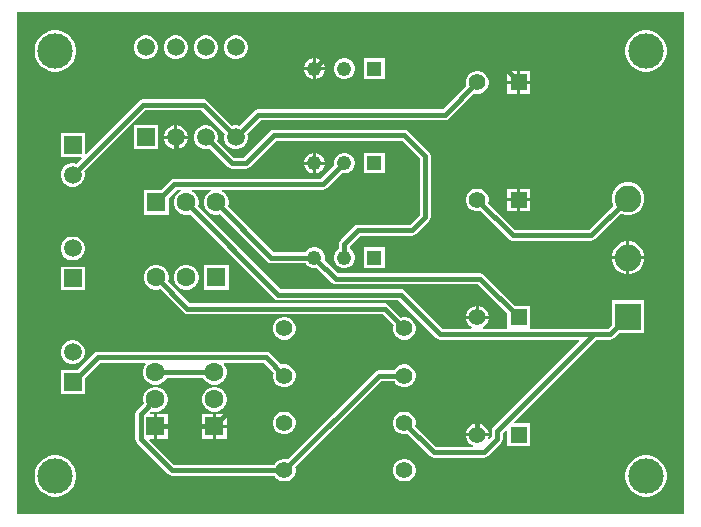
<source format=gbl>
G04*
G04 #@! TF.GenerationSoftware,Altium Limited,Altium Designer,23.0.1 (38)*
G04*
G04 Layer_Physical_Order=2*
G04 Layer_Color=16711680*
%FSLAX25Y25*%
%MOIN*%
G70*
G04*
G04 #@! TF.SameCoordinates,062A7089-F7A0-45CD-874A-4056981EB9F5*
G04*
G04*
G04 #@! TF.FilePolarity,Positive*
G04*
G01*
G75*
%ADD29C,0.01575*%
%ADD30C,0.11811*%
%ADD31R,0.05512X0.05512*%
%ADD32C,0.05512*%
%ADD33C,0.06299*%
%ADD34R,0.06299X0.06299*%
%ADD35C,0.05906*%
%ADD36R,0.05906X0.05906*%
%ADD37C,0.04795*%
%ADD38R,0.04795X0.04795*%
%ADD39R,0.06299X0.06299*%
%ADD40C,0.06299*%
%ADD41C,0.08858*%
%ADD42R,0.08858X0.08858*%
%ADD43R,0.06299X0.06299*%
%ADD44C,0.01500*%
G36*
X223400Y1000D02*
X900D01*
Y168500D01*
X223400D01*
Y1000D01*
D02*
G37*
%LPC*%
G36*
X74476Y160685D02*
X73435D01*
X72430Y160416D01*
X71528Y159895D01*
X70792Y159159D01*
X70272Y158258D01*
X70002Y157253D01*
Y156212D01*
X70272Y155207D01*
X70792Y154305D01*
X71528Y153569D01*
X72430Y153049D01*
X73435Y152779D01*
X74476D01*
X75481Y153049D01*
X76382Y153569D01*
X77118Y154305D01*
X77639Y155207D01*
X77908Y156212D01*
Y157253D01*
X77639Y158258D01*
X77118Y159159D01*
X76382Y159895D01*
X75481Y160416D01*
X74476Y160685D01*
D02*
G37*
G36*
X64476D02*
X63435D01*
X62429Y160416D01*
X61528Y159895D01*
X60792Y159159D01*
X60272Y158258D01*
X60002Y157253D01*
Y156212D01*
X60272Y155207D01*
X60792Y154305D01*
X61528Y153569D01*
X62429Y153049D01*
X63435Y152779D01*
X64476D01*
X65481Y153049D01*
X66382Y153569D01*
X67118Y154305D01*
X67639Y155207D01*
X67908Y156212D01*
Y157253D01*
X67639Y158258D01*
X67118Y159159D01*
X66382Y159895D01*
X65481Y160416D01*
X64476Y160685D01*
D02*
G37*
G36*
X54476D02*
X53435D01*
X52429Y160416D01*
X51528Y159895D01*
X50792Y159159D01*
X50272Y158258D01*
X50002Y157253D01*
Y156212D01*
X50272Y155207D01*
X50792Y154305D01*
X51528Y153569D01*
X52429Y153049D01*
X53435Y152779D01*
X54476D01*
X55481Y153049D01*
X56382Y153569D01*
X57118Y154305D01*
X57639Y155207D01*
X57908Y156212D01*
Y157253D01*
X57639Y158258D01*
X57118Y159159D01*
X56382Y159895D01*
X55481Y160416D01*
X54476Y160685D01*
D02*
G37*
G36*
X44476D02*
X43435D01*
X42430Y160416D01*
X41528Y159895D01*
X40792Y159159D01*
X40272Y158258D01*
X40002Y157253D01*
Y156212D01*
X40272Y155207D01*
X40792Y154305D01*
X41528Y153569D01*
X42430Y153049D01*
X43435Y152779D01*
X44476D01*
X45481Y153049D01*
X46382Y153569D01*
X47118Y154305D01*
X47639Y155207D01*
X47908Y156212D01*
Y157253D01*
X47639Y158258D01*
X47118Y159159D01*
X46382Y159895D01*
X45481Y160416D01*
X44476Y160685D01*
D02*
G37*
G36*
X100636Y152990D02*
Y150106D01*
X103520D01*
X103302Y150918D01*
X102855Y151693D01*
X102222Y152325D01*
X101448Y152772D01*
X100636Y152990D01*
D02*
G37*
G36*
X99636D02*
X98825Y152772D01*
X98050Y152325D01*
X97417Y151693D01*
X96970Y150918D01*
X96753Y150106D01*
X99636D01*
Y152990D01*
D02*
G37*
G36*
X211310Y162417D02*
X209950D01*
X208616Y162152D01*
X207359Y161631D01*
X206228Y160876D01*
X205266Y159914D01*
X204510Y158783D01*
X203990Y157526D01*
X203724Y156192D01*
Y154832D01*
X203990Y153498D01*
X204510Y152241D01*
X205266Y151110D01*
X206228Y150148D01*
X207359Y149392D01*
X208616Y148872D01*
X209950Y148606D01*
X211310D01*
X212644Y148872D01*
X213901Y149392D01*
X215032Y150148D01*
X215994Y151110D01*
X216750Y152241D01*
X217270Y153498D01*
X217535Y154832D01*
Y156192D01*
X217270Y157526D01*
X216750Y158783D01*
X215994Y159914D01*
X215032Y160876D01*
X213901Y161631D01*
X212644Y162152D01*
X211310Y162417D01*
D02*
G37*
G36*
X14460D02*
X13099D01*
X11765Y162152D01*
X10509Y161631D01*
X9377Y160876D01*
X8416Y159914D01*
X7660Y158783D01*
X7139Y157526D01*
X6874Y156192D01*
Y154832D01*
X7139Y153498D01*
X7660Y152241D01*
X8416Y151110D01*
X9377Y150148D01*
X10509Y149392D01*
X11765Y148872D01*
X13099Y148606D01*
X14460D01*
X15794Y148872D01*
X17051Y149392D01*
X18181Y150148D01*
X19143Y151110D01*
X19899Y152241D01*
X20420Y153498D01*
X20685Y154832D01*
Y156192D01*
X20420Y157526D01*
X19899Y158783D01*
X19143Y159914D01*
X18181Y160876D01*
X17051Y161631D01*
X15794Y162152D01*
X14460Y162417D01*
D02*
G37*
G36*
X103520Y149106D02*
X100636D01*
Y146223D01*
X101448Y146440D01*
X102222Y146888D01*
X102855Y147520D01*
X103302Y148295D01*
X103520Y149106D01*
D02*
G37*
G36*
X99636D02*
X96753D01*
X96970Y148295D01*
X97417Y147520D01*
X98050Y146888D01*
X98825Y146440D01*
X99636Y146223D01*
Y149106D01*
D02*
G37*
G36*
X123534Y153004D02*
X116739D01*
Y146209D01*
X123534D01*
Y153004D01*
D02*
G37*
G36*
X110583D02*
X109689D01*
X108825Y152772D01*
X108050Y152325D01*
X107417Y151693D01*
X106970Y150918D01*
X106739Y150054D01*
Y149159D01*
X106970Y148295D01*
X107417Y147520D01*
X108050Y146888D01*
X108825Y146440D01*
X109689Y146209D01*
X110583D01*
X111448Y146440D01*
X112222Y146888D01*
X112855Y147520D01*
X113302Y148295D01*
X113534Y149159D01*
Y150054D01*
X113302Y150918D01*
X112855Y151693D01*
X112222Y152325D01*
X111448Y152772D01*
X110583Y153004D01*
D02*
G37*
G36*
X171963Y148756D02*
X168707D01*
Y145500D01*
X171963D01*
Y148756D01*
D02*
G37*
G36*
X167707D02*
X164451D01*
Y145500D01*
X167707D01*
Y148756D01*
D02*
G37*
G36*
X171963Y144500D02*
X168707D01*
Y141244D01*
X171963D01*
Y144500D01*
D02*
G37*
G36*
X167707D02*
X164451D01*
Y141244D01*
X167707D01*
Y144500D01*
D02*
G37*
G36*
X154922Y148756D02*
X153933D01*
X152978Y148500D01*
X152121Y148005D01*
X151422Y147306D01*
X150928Y146450D01*
X150672Y145494D01*
Y144506D01*
X150816Y143966D01*
X142873Y136022D01*
X81423D01*
X80726Y135884D01*
X80134Y135489D01*
X80134Y135489D01*
X75150Y130504D01*
X74476Y130685D01*
X73435D01*
X72760Y130504D01*
X64476Y138789D01*
X63885Y139184D01*
X63187Y139322D01*
X63187Y139322D01*
X42912D01*
X42912Y139322D01*
X42214Y139184D01*
X41623Y138789D01*
X41623Y138789D01*
X24000Y121165D01*
X23538Y121356D01*
Y128126D01*
X15632D01*
Y120220D01*
X22402D01*
X22593Y119758D01*
X20780Y117945D01*
X20105Y118126D01*
X19065D01*
X18059Y117857D01*
X17158Y117336D01*
X16422Y116600D01*
X15902Y115699D01*
X15632Y114694D01*
Y113653D01*
X15902Y112647D01*
X16422Y111746D01*
X17158Y111010D01*
X18059Y110490D01*
X19065Y110221D01*
X20105D01*
X21111Y110490D01*
X22012Y111010D01*
X22748Y111746D01*
X23268Y112647D01*
X23538Y113653D01*
Y114694D01*
X23357Y115368D01*
X43667Y135678D01*
X62432D01*
X70183Y127927D01*
X70002Y127253D01*
Y126212D01*
X70272Y125206D01*
X70792Y124305D01*
X71528Y123569D01*
X72430Y123049D01*
X73435Y122779D01*
X74476D01*
X75481Y123049D01*
X76382Y123569D01*
X77118Y124305D01*
X77639Y125206D01*
X77908Y126212D01*
Y127253D01*
X77727Y127927D01*
X82178Y132378D01*
X143628D01*
X143628Y132378D01*
X144325Y132516D01*
X144916Y132911D01*
X153394Y141389D01*
X153933Y141244D01*
X154922D01*
X155877Y141500D01*
X156734Y141995D01*
X157433Y142694D01*
X157928Y143550D01*
X158184Y144506D01*
Y145494D01*
X157928Y146450D01*
X157433Y147306D01*
X156734Y148005D01*
X155877Y148500D01*
X154922Y148756D01*
D02*
G37*
G36*
X54476Y130685D02*
X54455D01*
Y127232D01*
X57908D01*
Y127253D01*
X57639Y128258D01*
X57118Y129159D01*
X56382Y129895D01*
X55481Y130416D01*
X54476Y130685D01*
D02*
G37*
G36*
X53455D02*
X53435D01*
X52429Y130416D01*
X51528Y129895D01*
X50792Y129159D01*
X50272Y128258D01*
X50002Y127253D01*
Y127232D01*
X53455D01*
Y130685D01*
D02*
G37*
G36*
X57908Y126232D02*
X54455D01*
Y122779D01*
X54476D01*
X55481Y123049D01*
X56382Y123569D01*
X57118Y124305D01*
X57639Y125206D01*
X57908Y126212D01*
Y126232D01*
D02*
G37*
G36*
X53455D02*
X50002D01*
Y126212D01*
X50272Y125206D01*
X50792Y124305D01*
X51528Y123569D01*
X52429Y123049D01*
X53435Y122779D01*
X53455D01*
Y126232D01*
D02*
G37*
G36*
X47908Y130685D02*
X40002D01*
Y122779D01*
X47908D01*
Y130685D01*
D02*
G37*
G36*
X100636Y121494D02*
Y118610D01*
X103520D01*
X103302Y119422D01*
X102855Y120196D01*
X102222Y120829D01*
X101448Y121276D01*
X100636Y121494D01*
D02*
G37*
G36*
X99636D02*
X98825Y121276D01*
X98050Y120829D01*
X97417Y120196D01*
X96970Y119422D01*
X96753Y118610D01*
X99636D01*
Y121494D01*
D02*
G37*
G36*
X103520Y117610D02*
X100636D01*
Y114727D01*
X101448Y114944D01*
X102222Y115391D01*
X102855Y116024D01*
X103302Y116799D01*
X103520Y117610D01*
D02*
G37*
G36*
X99636D02*
X96753D01*
X96970Y116799D01*
X97417Y116024D01*
X98050Y115391D01*
X98825Y114944D01*
X99636Y114727D01*
Y117610D01*
D02*
G37*
G36*
X123534Y121508D02*
X116739D01*
Y114713D01*
X123534D01*
Y121508D01*
D02*
G37*
G36*
X110583D02*
X109689D01*
X108825Y121276D01*
X108050Y120829D01*
X107417Y120196D01*
X106970Y119422D01*
X106739Y118558D01*
Y117663D01*
X106817Y117369D01*
X102371Y112922D01*
X53500D01*
X52803Y112784D01*
X52211Y112389D01*
X52211Y112389D01*
X48972Y109150D01*
X43250D01*
Y100850D01*
X51550D01*
Y106572D01*
X54255Y109278D01*
X55510D01*
X55644Y108778D01*
X54852Y108320D01*
X54080Y107548D01*
X53533Y106602D01*
X53250Y105546D01*
Y104454D01*
X53533Y103398D01*
X54080Y102452D01*
X54852Y101680D01*
X55798Y101133D01*
X56854Y100850D01*
X57946D01*
X58755Y101067D01*
X86811Y73011D01*
X86811Y73011D01*
X87403Y72616D01*
X88100Y72478D01*
X88100Y72478D01*
X128145D01*
X140811Y59811D01*
X140811Y59811D01*
X141403Y59416D01*
X142100Y59278D01*
X142100Y59278D01*
X188347D01*
X188538Y58816D01*
X159811Y30089D01*
X159416Y29497D01*
X159278Y28800D01*
X159278Y28800D01*
Y26855D01*
X158413Y25991D01*
X157965Y26250D01*
X158182Y27059D01*
X150673D01*
X150928Y26109D01*
X151422Y25253D01*
X152121Y24554D01*
X152978Y24059D01*
X153115Y24022D01*
X153049Y23522D01*
X140687D01*
X133747Y30462D01*
X133892Y31001D01*
Y31991D01*
X133636Y32946D01*
X133142Y33802D01*
X132442Y34501D01*
X131586Y34996D01*
X130631Y35252D01*
X129642D01*
X128686Y34996D01*
X127830Y34501D01*
X127131Y33802D01*
X126636Y32946D01*
X126380Y31991D01*
Y31001D01*
X126636Y30046D01*
X127131Y29190D01*
X127830Y28490D01*
X128686Y27996D01*
X129642Y27740D01*
X130631D01*
X131170Y27885D01*
X138644Y20411D01*
X138644Y20411D01*
X139235Y20016D01*
X139932Y19878D01*
X139932Y19878D01*
X156700D01*
X156700Y19878D01*
X157397Y20016D01*
X157989Y20411D01*
X162389Y24811D01*
X162784Y25403D01*
X162922Y26100D01*
X162922Y26100D01*
Y28045D01*
X163989Y29112D01*
X164451Y28921D01*
Y23803D01*
X171963D01*
Y31315D01*
X166846D01*
X166654Y31777D01*
X194155Y59278D01*
X198795D01*
X198795Y59278D01*
X199493Y59416D01*
X200084Y59811D01*
X201773Y61500D01*
X210053D01*
Y72358D01*
X199195D01*
Y64077D01*
X198040Y62922D01*
X193400D01*
X193400Y62922D01*
X193400Y62922D01*
X172451D01*
X171963Y62950D01*
X171963Y63422D01*
Y70462D01*
X167028D01*
X156702Y80789D01*
X156110Y81184D01*
X155413Y81322D01*
X155413Y81322D01*
X108005D01*
X103455Y85873D01*
X103534Y86167D01*
Y87062D01*
X103302Y87926D01*
X102855Y88700D01*
X102222Y89333D01*
X101448Y89780D01*
X100584Y90012D01*
X99689D01*
X98825Y89780D01*
X98050Y89333D01*
X97417Y88700D01*
X97265Y88437D01*
X86541D01*
X71333Y103645D01*
X71550Y104454D01*
Y105546D01*
X71267Y106602D01*
X70720Y107548D01*
X69948Y108320D01*
X69156Y108778D01*
X69290Y109278D01*
X103126D01*
X103126Y109278D01*
X103823Y109416D01*
X104415Y109811D01*
X109395Y114791D01*
X109689Y114713D01*
X110583D01*
X111448Y114944D01*
X112222Y115391D01*
X112855Y116024D01*
X113302Y116799D01*
X113534Y117663D01*
Y118558D01*
X113302Y119422D01*
X112855Y120196D01*
X112222Y120829D01*
X111448Y121276D01*
X110583Y121508D01*
D02*
G37*
G36*
X171963Y109609D02*
X168707D01*
Y106353D01*
X171963D01*
Y109609D01*
D02*
G37*
G36*
X167707D02*
X164451D01*
Y106353D01*
X167707D01*
Y109609D01*
D02*
G37*
G36*
X171963Y105353D02*
X168707D01*
Y102097D01*
X171963D01*
Y105353D01*
D02*
G37*
G36*
X167707D02*
X164451D01*
Y102097D01*
X167707D01*
Y105353D01*
D02*
G37*
G36*
X64476Y130685D02*
X63435D01*
X62429Y130416D01*
X61528Y129895D01*
X60792Y129159D01*
X60272Y128258D01*
X60002Y127253D01*
Y126212D01*
X60272Y125206D01*
X60792Y124305D01*
X61528Y123569D01*
X62429Y123049D01*
X63435Y122779D01*
X64476D01*
X65150Y122960D01*
X71299Y116811D01*
X71299Y116811D01*
X71890Y116416D01*
X72587Y116278D01*
X77400D01*
X77400Y116278D01*
X78097Y116416D01*
X78689Y116811D01*
X87455Y125578D01*
X129345D01*
X135278Y119645D01*
Y100855D01*
X131945Y97522D01*
X114700D01*
X114700Y97522D01*
X114003Y97384D01*
X113411Y96989D01*
X113411Y96989D01*
X108848Y92425D01*
X108452Y91834D01*
X108314Y91136D01*
X108314Y91136D01*
Y89485D01*
X108050Y89333D01*
X107417Y88700D01*
X106970Y87926D01*
X106739Y87062D01*
Y86167D01*
X106970Y85303D01*
X107417Y84528D01*
X108050Y83895D01*
X108825Y83448D01*
X109689Y83217D01*
X110583D01*
X111448Y83448D01*
X112222Y83895D01*
X112855Y84528D01*
X113302Y85303D01*
X113534Y86167D01*
Y87062D01*
X113302Y87926D01*
X112855Y88700D01*
X112222Y89333D01*
X111959Y89485D01*
Y90381D01*
X115455Y93878D01*
X132700D01*
X132700Y93878D01*
X133397Y94016D01*
X133989Y94411D01*
X138389Y98811D01*
X138784Y99403D01*
X138922Y100100D01*
X138922Y100100D01*
Y120400D01*
X138922Y120400D01*
X138784Y121097D01*
X138389Y121689D01*
X138389Y121689D01*
X131389Y128689D01*
X130797Y129084D01*
X130100Y129222D01*
X130100Y129222D01*
X86700D01*
X86700Y129222D01*
X86003Y129084D01*
X85411Y128689D01*
X85411Y128689D01*
X76645Y119922D01*
X73342D01*
X67727Y125537D01*
X67908Y126212D01*
Y127253D01*
X67639Y128258D01*
X67118Y129159D01*
X66382Y129895D01*
X65481Y130416D01*
X64476Y130685D01*
D02*
G37*
G36*
X205339Y111728D02*
X203910D01*
X202529Y111358D01*
X201291Y110644D01*
X200280Y109633D01*
X199565Y108395D01*
X199195Y107014D01*
Y105584D01*
X199565Y104204D01*
X199707Y103959D01*
X191670Y95922D01*
X166936D01*
X158039Y104819D01*
X158184Y105359D01*
Y106348D01*
X157928Y107303D01*
X157433Y108159D01*
X156734Y108859D01*
X155877Y109353D01*
X154922Y109609D01*
X153933D01*
X152978Y109353D01*
X152121Y108859D01*
X151422Y108159D01*
X150928Y107303D01*
X150672Y106348D01*
Y105359D01*
X150928Y104403D01*
X151422Y103547D01*
X152121Y102848D01*
X152978Y102353D01*
X153933Y102097D01*
X154922D01*
X155462Y102242D01*
X164892Y92811D01*
X164892Y92811D01*
X165483Y92416D01*
X166181Y92278D01*
X192425D01*
X192425Y92278D01*
X193123Y92416D01*
X193714Y92811D01*
X202284Y101381D01*
X202529Y101240D01*
X203910Y100870D01*
X205339D01*
X206720Y101240D01*
X207958Y101955D01*
X208969Y102966D01*
X209684Y104204D01*
X210053Y105584D01*
Y107014D01*
X209684Y108395D01*
X208969Y109633D01*
X207958Y110644D01*
X206720Y111358D01*
X205339Y111728D01*
D02*
G37*
G36*
Y92043D02*
X205124D01*
Y87114D01*
X210053D01*
Y87329D01*
X209684Y88710D01*
X208969Y89948D01*
X207958Y90959D01*
X206720Y91673D01*
X205339Y92043D01*
D02*
G37*
G36*
X204124D02*
X203910D01*
X202529Y91673D01*
X201291Y90959D01*
X200280Y89948D01*
X199565Y88710D01*
X199195Y87329D01*
Y87114D01*
X204124D01*
Y92043D01*
D02*
G37*
G36*
X20105Y93598D02*
X19065D01*
X18059Y93329D01*
X17158Y92809D01*
X16422Y92073D01*
X15902Y91171D01*
X15632Y90166D01*
Y89125D01*
X15902Y88120D01*
X16422Y87219D01*
X17158Y86483D01*
X18059Y85962D01*
X19065Y85693D01*
X20105D01*
X21111Y85962D01*
X22012Y86483D01*
X22748Y87219D01*
X23268Y88120D01*
X23538Y89125D01*
Y90166D01*
X23268Y91171D01*
X22748Y92073D01*
X22012Y92809D01*
X21111Y93329D01*
X20105Y93598D01*
D02*
G37*
G36*
X123534Y90012D02*
X116739D01*
Y83217D01*
X123534D01*
Y90012D01*
D02*
G37*
G36*
X210053Y86114D02*
X205124D01*
Y81185D01*
X205339D01*
X206720Y81555D01*
X207958Y82270D01*
X208969Y83281D01*
X209684Y84519D01*
X210053Y85899D01*
Y86114D01*
D02*
G37*
G36*
X204124D02*
X199195D01*
Y85899D01*
X199565Y84519D01*
X200280Y83281D01*
X201291Y82270D01*
X202529Y81555D01*
X203910Y81185D01*
X204124D01*
Y86114D01*
D02*
G37*
G36*
X71550Y84150D02*
X63250D01*
Y75850D01*
X71550D01*
Y84150D01*
D02*
G37*
G36*
X57946D02*
X56854D01*
X55798Y83867D01*
X54852Y83320D01*
X54080Y82548D01*
X53533Y81602D01*
X53250Y80546D01*
Y79454D01*
X53533Y78398D01*
X54080Y77452D01*
X54852Y76679D01*
X55798Y76133D01*
X56854Y75850D01*
X57946D01*
X59002Y76133D01*
X59948Y76679D01*
X60720Y77452D01*
X61267Y78398D01*
X61550Y79454D01*
Y80546D01*
X61267Y81602D01*
X60720Y82548D01*
X59948Y83320D01*
X59002Y83867D01*
X57946Y84150D01*
D02*
G37*
G36*
X23538Y83598D02*
X15632D01*
Y75693D01*
X23538D01*
Y83598D01*
D02*
G37*
G36*
X47946Y84150D02*
X46854D01*
X45798Y83867D01*
X44852Y83320D01*
X44080Y82548D01*
X43533Y81602D01*
X43250Y80546D01*
Y79454D01*
X43533Y78398D01*
X44080Y77452D01*
X44852Y76679D01*
X45798Y76133D01*
X46854Y75850D01*
X47946D01*
X48755Y76067D01*
X56511Y68311D01*
X56511Y68311D01*
X57103Y67916D01*
X57800Y67778D01*
X57800Y67778D01*
X122774D01*
X126525Y64026D01*
X126380Y63487D01*
Y62498D01*
X126636Y61542D01*
X127131Y60686D01*
X127830Y59987D01*
X128686Y59492D01*
X129642Y59236D01*
X130631D01*
X131586Y59492D01*
X132442Y59987D01*
X133142Y60686D01*
X133636Y61542D01*
X133892Y62498D01*
Y63487D01*
X133636Y64442D01*
X133142Y65298D01*
X132442Y65998D01*
X131586Y66492D01*
X130631Y66748D01*
X129642D01*
X129102Y66603D01*
X124817Y70889D01*
X124226Y71284D01*
X123528Y71422D01*
X123528Y71422D01*
X58555D01*
X51333Y78645D01*
X51550Y79454D01*
Y80546D01*
X51267Y81602D01*
X50721Y82548D01*
X49948Y83320D01*
X49002Y83867D01*
X47946Y84150D01*
D02*
G37*
G36*
X90631Y66748D02*
X89642D01*
X88687Y66492D01*
X87830Y65998D01*
X87131Y65298D01*
X86636Y64442D01*
X86380Y63487D01*
Y62498D01*
X86636Y61542D01*
X87131Y60686D01*
X87830Y59987D01*
X88687Y59492D01*
X89642Y59236D01*
X90631D01*
X91586Y59492D01*
X92442Y59987D01*
X93142Y60686D01*
X93636Y61542D01*
X93892Y62498D01*
Y63487D01*
X93636Y64442D01*
X93142Y65298D01*
X92442Y65998D01*
X91586Y66492D01*
X90631Y66748D01*
D02*
G37*
G36*
X20105Y59071D02*
X19065D01*
X18059Y58802D01*
X17158Y58281D01*
X16422Y57545D01*
X15902Y56644D01*
X15632Y55639D01*
Y54598D01*
X15902Y53592D01*
X16422Y52691D01*
X17158Y51955D01*
X18059Y51435D01*
X19065Y51165D01*
X20105D01*
X21111Y51435D01*
X22012Y51955D01*
X22748Y52691D01*
X23268Y53592D01*
X23538Y54598D01*
Y55639D01*
X23268Y56644D01*
X22748Y57545D01*
X22012Y58281D01*
X21111Y58802D01*
X20105Y59071D01*
D02*
G37*
G36*
X130631Y51000D02*
X129642D01*
X128686Y50744D01*
X127830Y50250D01*
X127131Y49550D01*
X126851Y49067D01*
X121632D01*
X120935Y48928D01*
X120344Y48533D01*
X120344Y48533D01*
X91170Y19359D01*
X90631Y19504D01*
X89642D01*
X88687Y19248D01*
X87830Y18754D01*
X87131Y18054D01*
X86851Y17570D01*
X53307D01*
X45135Y25743D01*
X45326Y26205D01*
X46644D01*
Y30354D01*
Y34504D01*
X45508D01*
X45317Y34966D01*
X45788Y35437D01*
X46598Y35220D01*
X47690D01*
X48746Y35503D01*
X49692Y36050D01*
X50464Y36822D01*
X51011Y37768D01*
X51294Y38824D01*
Y39916D01*
X51011Y40972D01*
X50464Y41918D01*
X49692Y42691D01*
X48746Y43237D01*
X47690Y43520D01*
X46598D01*
X45542Y43237D01*
X44596Y42691D01*
X43824Y41918D01*
X43277Y40972D01*
X42994Y39916D01*
Y38824D01*
X43211Y38015D01*
X40911Y35715D01*
X40516Y35123D01*
X40378Y34426D01*
X40378Y34426D01*
Y26100D01*
X40378Y26100D01*
X40516Y25403D01*
X40911Y24811D01*
X51263Y14459D01*
X51263Y14459D01*
X51855Y14064D01*
X52552Y13926D01*
X52552Y13926D01*
X86851D01*
X87131Y13442D01*
X87830Y12743D01*
X88687Y12248D01*
X89642Y11992D01*
X90631D01*
X91586Y12248D01*
X92442Y12743D01*
X93142Y13442D01*
X93636Y14298D01*
X93892Y15254D01*
Y16242D01*
X93748Y16782D01*
X122387Y45422D01*
X126851D01*
X127131Y44938D01*
X127830Y44239D01*
X128686Y43744D01*
X129642Y43488D01*
X130631D01*
X131586Y43744D01*
X132442Y44239D01*
X133142Y44938D01*
X133636Y45794D01*
X133892Y46750D01*
Y47739D01*
X133636Y48694D01*
X133142Y49550D01*
X132442Y50250D01*
X131586Y50744D01*
X130631Y51000D01*
D02*
G37*
G36*
X83980Y55222D02*
X83980Y55222D01*
X27867D01*
X27169Y55084D01*
X26578Y54689D01*
X26578Y54689D01*
X20960Y49071D01*
X15632D01*
Y41165D01*
X23538D01*
Y46494D01*
X28622Y51578D01*
X43814D01*
X44005Y51116D01*
X43824Y50934D01*
X43277Y49988D01*
X42994Y48932D01*
Y47839D01*
X43277Y46784D01*
X43824Y45838D01*
X44596Y45065D01*
X45542Y44519D01*
X46598Y44236D01*
X47690D01*
X48746Y44519D01*
X49692Y45065D01*
X50464Y45838D01*
X50883Y46563D01*
X63090D01*
X63509Y45838D01*
X64281Y45065D01*
X65228Y44519D01*
X66283Y44236D01*
X67375D01*
X68431Y44519D01*
X69377Y45065D01*
X70150Y45838D01*
X70696Y46784D01*
X70979Y47839D01*
Y48932D01*
X70696Y49988D01*
X70150Y50934D01*
X69968Y51116D01*
X70159Y51578D01*
X83226D01*
X86525Y48278D01*
X86380Y47739D01*
Y46750D01*
X86636Y45794D01*
X87131Y44938D01*
X87830Y44239D01*
X88687Y43744D01*
X89642Y43488D01*
X90631D01*
X91586Y43744D01*
X92442Y44239D01*
X93142Y44938D01*
X93636Y45794D01*
X93892Y46750D01*
Y47739D01*
X93636Y48694D01*
X93142Y49550D01*
X92442Y50250D01*
X91586Y50744D01*
X90631Y51000D01*
X89642D01*
X89102Y50855D01*
X85269Y54689D01*
X84678Y55084D01*
X83980Y55222D01*
D02*
G37*
G36*
X67375Y43520D02*
X66283D01*
X65228Y43237D01*
X64281Y42691D01*
X63509Y41918D01*
X62962Y40972D01*
X62680Y39916D01*
Y38824D01*
X62962Y37768D01*
X63509Y36822D01*
X64281Y36050D01*
X65228Y35503D01*
X66283Y35220D01*
X67375D01*
X68431Y35503D01*
X69377Y36050D01*
X70150Y36822D01*
X70696Y37768D01*
X70979Y38824D01*
Y39916D01*
X70696Y40972D01*
X70150Y41918D01*
X69377Y42691D01*
X68431Y43237D01*
X67375Y43520D01*
D02*
G37*
G36*
X70979Y34504D02*
X67329D01*
Y30854D01*
X70979D01*
Y34504D01*
D02*
G37*
G36*
X51294D02*
X47644D01*
Y30854D01*
X51294D01*
Y34504D01*
D02*
G37*
G36*
X66329D02*
X62680D01*
Y30854D01*
X66329D01*
Y34504D01*
D02*
G37*
G36*
X154928Y31313D02*
Y28059D01*
X158182D01*
X157928Y29009D01*
X157433Y29865D01*
X156734Y30564D01*
X155877Y31059D01*
X154928Y31313D01*
D02*
G37*
G36*
X153928D02*
X152978Y31059D01*
X152121Y30564D01*
X151422Y29865D01*
X150928Y29009D01*
X150673Y28059D01*
X153928D01*
Y31313D01*
D02*
G37*
G36*
X90631Y35252D02*
X89642D01*
X88687Y34996D01*
X87830Y34501D01*
X87131Y33802D01*
X86636Y32946D01*
X86380Y31991D01*
Y31001D01*
X86636Y30046D01*
X87131Y29190D01*
X87830Y28490D01*
X88687Y27996D01*
X89642Y27740D01*
X90631D01*
X91586Y27996D01*
X92442Y28490D01*
X93142Y29190D01*
X93636Y30046D01*
X93892Y31001D01*
Y31991D01*
X93636Y32946D01*
X93142Y33802D01*
X92442Y34501D01*
X91586Y34996D01*
X90631Y35252D01*
D02*
G37*
G36*
X70979Y29854D02*
X67329D01*
Y26205D01*
X70979D01*
Y29854D01*
D02*
G37*
G36*
X66329D02*
X62680D01*
Y26205D01*
X66329D01*
Y29854D01*
D02*
G37*
G36*
X51294D02*
X47644D01*
Y26205D01*
X51294D01*
Y29854D01*
D02*
G37*
G36*
X130631Y19504D02*
X129642D01*
X128686Y19248D01*
X127830Y18754D01*
X127131Y18054D01*
X126636Y17198D01*
X126380Y16242D01*
Y15254D01*
X126636Y14298D01*
X127131Y13442D01*
X127830Y12743D01*
X128686Y12248D01*
X129642Y11992D01*
X130631D01*
X131586Y12248D01*
X132442Y12743D01*
X133142Y13442D01*
X133636Y14298D01*
X133892Y15254D01*
Y16242D01*
X133636Y17198D01*
X133142Y18054D01*
X132442Y18754D01*
X131586Y19248D01*
X130631Y19504D01*
D02*
G37*
G36*
X211310Y20685D02*
X209950D01*
X208616Y20420D01*
X207359Y19899D01*
X206228Y19143D01*
X205266Y18181D01*
X204510Y17051D01*
X203990Y15794D01*
X203724Y14460D01*
Y13099D01*
X203990Y11765D01*
X204510Y10509D01*
X205266Y9377D01*
X206228Y8416D01*
X207359Y7660D01*
X208616Y7139D01*
X209950Y6874D01*
X211310D01*
X212644Y7139D01*
X213901Y7660D01*
X215032Y8416D01*
X215994Y9377D01*
X216750Y10509D01*
X217270Y11765D01*
X217535Y13099D01*
Y14460D01*
X217270Y15794D01*
X216750Y17051D01*
X215994Y18181D01*
X215032Y19143D01*
X213901Y19899D01*
X212644Y20420D01*
X211310Y20685D01*
D02*
G37*
G36*
X14460D02*
X13099D01*
X11765Y20420D01*
X10509Y19899D01*
X9377Y19143D01*
X8416Y18181D01*
X7660Y17051D01*
X7139Y15794D01*
X6874Y14460D01*
Y13099D01*
X7139Y11765D01*
X7660Y10509D01*
X8416Y9377D01*
X9377Y8416D01*
X10509Y7660D01*
X11765Y7139D01*
X13099Y6874D01*
X14460D01*
X15794Y7139D01*
X17051Y7660D01*
X18181Y8416D01*
X19143Y9377D01*
X19899Y10509D01*
X20420Y11765D01*
X20685Y13099D01*
Y14460D01*
X20420Y15794D01*
X19899Y17051D01*
X19143Y18181D01*
X18181Y19143D01*
X17051Y19899D01*
X15794Y20420D01*
X14460Y20685D01*
D02*
G37*
%LPD*%
G36*
X65644Y108778D02*
X64852Y108320D01*
X64079Y107548D01*
X63533Y106602D01*
X63250Y105546D01*
Y104454D01*
X63533Y103398D01*
X64079Y102452D01*
X64852Y101680D01*
X65798Y101133D01*
X66854Y100850D01*
X67946D01*
X68756Y101067D01*
X84497Y85326D01*
X84497Y85325D01*
X85088Y84930D01*
X85786Y84792D01*
X85786Y84792D01*
X97265D01*
X97417Y84528D01*
X98050Y83895D01*
X98825Y83448D01*
X99689Y83217D01*
X100584D01*
X100878Y83295D01*
X105962Y78211D01*
X105962Y78211D01*
X106553Y77816D01*
X107250Y77678D01*
X107250Y77678D01*
X154658D01*
X164451Y67885D01*
X164451Y62950D01*
X163963Y62922D01*
X156386D01*
X156252Y63422D01*
X156734Y63700D01*
X157433Y64400D01*
X157928Y65256D01*
X158182Y66206D01*
X150673D01*
X150928Y65256D01*
X151422Y64400D01*
X152121Y63700D01*
X152603Y63422D01*
X152469Y62922D01*
X142855D01*
X130189Y75589D01*
X129597Y75984D01*
X128900Y76122D01*
X128900Y76122D01*
X88855D01*
X61333Y103645D01*
X61550Y104454D01*
Y105546D01*
X61267Y106602D01*
X60720Y107548D01*
X59948Y108320D01*
X59156Y108778D01*
X59290Y109278D01*
X65510D01*
X65644Y108778D01*
D02*
G37*
%LPC*%
G36*
X154928Y70460D02*
Y67206D01*
X158182D01*
X157928Y68156D01*
X157433Y69012D01*
X156734Y69712D01*
X155877Y70206D01*
X154928Y70460D01*
D02*
G37*
G36*
X153928D02*
X152978Y70206D01*
X152121Y69712D01*
X151422Y69012D01*
X150928Y68156D01*
X150673Y67206D01*
X153928D01*
Y70460D01*
D02*
G37*
%LPD*%
D29*
X42912Y137500D02*
X63187D01*
X19585Y114173D02*
X42912Y137500D01*
X63187D02*
X73955Y126732D01*
X128900Y74300D02*
X142100Y61100D01*
X57400Y105000D02*
X88100Y74300D01*
X128900D01*
X155413Y79500D02*
X168207Y66706D01*
X100136Y86614D02*
X107250Y79500D01*
X155413D01*
X114700Y95700D02*
X132700D01*
X110136Y91136D02*
X114700Y95700D01*
X110136Y86614D02*
Y91136D01*
X132700Y95700D02*
X137100Y100100D01*
Y120400D01*
X130100Y127400D02*
X137100Y120400D01*
X86700Y127400D02*
X130100D01*
X77400Y118100D02*
X86700Y127400D01*
X81423Y134200D02*
X143628D01*
X73955Y126732D02*
X81423Y134200D01*
X143628D02*
X154428Y145000D01*
X63955Y126732D02*
X72587Y118100D01*
X77400D01*
X154428Y105853D02*
X166181Y94100D01*
X192425D02*
X204624Y106299D01*
X166181Y94100D02*
X192425D01*
X142100Y61100D02*
X193400D01*
X154428Y27559D02*
Y47900D01*
X148128Y54200D02*
X154428Y47900D01*
X118500Y54200D02*
X148128D01*
X103700Y39400D02*
X118500Y54200D01*
X75875Y39400D02*
X103700D01*
X66829Y30354D02*
X75875Y39400D01*
X121632Y47244D02*
X130136D01*
X90136Y15748D02*
X121632Y47244D01*
X130136Y31496D02*
X139932Y21700D01*
X156700D01*
X161100Y26100D01*
Y28800D01*
X193400Y61100D01*
X198795D01*
X204624Y66929D01*
X42200Y34426D02*
X47144Y39370D01*
X42200Y26100D02*
Y34426D01*
Y26100D02*
X52552Y15748D01*
X90136D01*
X85786Y86614D02*
X100136D01*
X67400Y105000D02*
X85786Y86614D01*
X47400Y105000D02*
X53500Y111100D01*
X103126D01*
X110136Y118110D01*
X123528Y69600D02*
X130136Y62992D01*
X57800Y69600D02*
X123528D01*
X47400Y80000D02*
X57800Y69600D01*
X156107Y157100D02*
X168207Y145000D01*
X107630Y157100D02*
X156107D01*
X100136Y149606D02*
X107630Y157100D01*
X19585Y45118D02*
X27867Y53400D01*
X83980D01*
X90136Y47244D01*
X47144Y30354D02*
X66829D01*
X47144Y48386D02*
X66829D01*
D30*
X210630Y155512D02*
D03*
Y13780D02*
D03*
X13780D02*
D03*
Y155512D02*
D03*
D31*
X168207Y105853D02*
D03*
Y145000D02*
D03*
Y66706D02*
D03*
Y27559D02*
D03*
D32*
X154428Y105853D02*
D03*
X90136Y47244D02*
D03*
X130136D02*
D03*
X90136Y62992D02*
D03*
X130136D02*
D03*
Y15748D02*
D03*
X90136D02*
D03*
Y31496D02*
D03*
X130136D02*
D03*
X154428Y145000D02*
D03*
Y66706D02*
D03*
Y27559D02*
D03*
D33*
X47400Y80000D02*
D03*
X57400D02*
D03*
D34*
X67400D02*
D03*
D35*
X73955Y156732D02*
D03*
X63955D02*
D03*
X53955D02*
D03*
X43955D02*
D03*
X73955Y126732D02*
D03*
X63955D02*
D03*
X53955D02*
D03*
X19585Y114173D02*
D03*
Y89646D02*
D03*
Y55118D02*
D03*
D36*
X43955Y126732D02*
D03*
X19585Y124173D02*
D03*
Y79646D02*
D03*
Y45118D02*
D03*
D37*
X100136Y149606D02*
D03*
X110136D02*
D03*
X100136Y118110D02*
D03*
X110136D02*
D03*
X100136Y86614D02*
D03*
X110136D02*
D03*
D38*
X120136Y149606D02*
D03*
Y118110D02*
D03*
Y86614D02*
D03*
D39*
X47400Y105000D02*
D03*
D40*
X57400D02*
D03*
X67400D02*
D03*
X66829Y48386D02*
D03*
Y39370D02*
D03*
X47144Y48386D02*
D03*
Y39370D02*
D03*
D41*
X204624Y86614D02*
D03*
Y106299D02*
D03*
D42*
Y66929D02*
D03*
D43*
X66829Y30354D02*
D03*
X47144D02*
D03*
D44*
X39400Y146200D02*
X56500D01*
X11900Y135100D02*
X28300D01*
X5200Y128400D02*
X11900Y135100D01*
X28300D02*
X39400Y146200D01*
X5200Y110100D02*
Y128400D01*
X56510Y146210D02*
X77710D01*
X96900Y165400D02*
X147807D01*
X77710Y146210D02*
X96900Y165400D01*
X56500Y146200D02*
X56510Y146210D01*
X147807Y165400D02*
X156107Y157100D01*
X13400Y101900D02*
X22200D01*
X5200Y110100D02*
X13400Y101900D01*
X34600Y114300D02*
X47400D01*
X22200Y101900D02*
X34600Y114300D01*
X53955Y120855D02*
Y126732D01*
X47400Y114300D02*
X53955Y120855D01*
M02*

</source>
